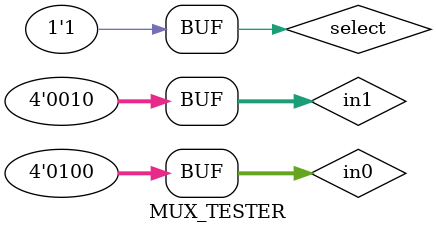
<source format=v>
module SHIFT_TESTER(); 

wire[5:0] shifter_out1; 
reg [3:0] shifter_in1;

wire[5:0] shifter_out2;  
reg [5:0] shifter_in2;

Shifter #(.INPUT_LEN(4), .OUTPUT_LEN(6))
shifter1( .in(shifter_in1), .out(shifter_out1) );

Shifter #(.INPUT_LEN(6), .OUTPUT_LEN(6))
shifter2(.in(shifter_in2), .out(shifter_out2) );

initial 
	begin
	shifter_in1 = 'b0011; 
	#10
	$display("%d || %d", shifter_out1, shifter_in1 << 2);
	shifter_in1 = 'b1010; 
	#10
	$display("%d || %d", shifter_out1, shifter_in1 << 2);
	shifter_in2 = 'b101100; 
	#10
	$display("%d || %d", shifter_out2, shifter_in2 << 2);
	shifter_in2 = 'b111100; 
	#10
	$display("%d || %d", shifter_out2, shifter_in2 << 2);
	end
endmodule


module ADDER_TESTER();

reg  [3 : 0] r1, r2;
reg cin; 
wire cout; 
wire [3:0] out_adder; 

Adder #(.DATA_LEN(4)) addr( .in1(r1), .in2(r2), .c_in(cin), .c_out(cout), .sum(out_adder)); 


initial
	begin
	r1 = 0; 
	r2 = 0; 
	cin = 0; 
	$monitor("in1 : %d , in2: %d , cin: %d , cout: %d, sum: %d ", r1, r2, cin, cout, out_adder);
	r1 = 3; 
	#1
	r2 = 12; 
	#1
	cin = 1;
	#1
	r1 = 12; 
	#1
	cin = 0;

	end



endmodule


module INSTDECODER_TEST(); 


reg enable;
reg [1:0] typeee; 

reg [0 : 32 - 1] instruction;


wire  [5 - 1 : 0] rd, rs, rt; 
wire  [16 - 1 : 0] im;
wire  [5 - 1 : 0] shamt;
wire  [26 - 1 : 0] mem_addr;
wire  [6 - 1 : 0] opcode;
wire  [6 - 1 : 0] func;

InstructionDecoder ID (
	.instruction(instruction),
	.rs(rs),
	.rd(rd),
	.rt(rt),
	.func(func),
	.opcode(opcode),
	.mem_addr(mem_addr),
	.im(im),
	.shamt(shamt),
	.enable(enable),
	.typeee(typeee)
);




initial 
	begin
	$monitor("instruction : %b , %b | %b | %b | %b | %b | %b | %b | %b ", instruction, opcode, rs, rt, rd, shamt, func, im, mem_addr );

	instruction = 'b000000_11111_10101_00001_10000_011011;
	typeee = 0;
	enable = 0;
	#10
	enable = 1;
	#10
	enable = 0;
	
	#10
	instruction = 'b001100_11001_11001_00001_10110011011;
	typeee = 1;
	enable = 1;

	#10
	enable = 0;
	
	#10
	instruction = 'b111000_11111111111110000000000000;
	typeee = 2;
	enable = 1;
	#10

	enable = 0;
	
	#10
	instruction = 'b111000_11111111111110000000000000;
	typeee = 2;
	enable = 1;
	end

endmodule 



module SGNEXT_TESTER();


reg [3 : 0]in; 
wire[ 7:0] out;


SignExtender #(.IN_LEN(4), .OUT_LEN(8)) sg(.in(in), .out(out));


initial 
	begin
	in = 0; 
	$monitor("in : %b, out : %b", in, out);
	in = 4'b0011;
	#1
	in = 4'b1011;

	end




endmodule



module MUX_TESTER(); 

reg[3:0] in0, in1;
reg select; 

wire[3:0] out;

MUX2_1 #(.INPUT_LEN(4)) mux(.in0(in0), .in1(in1), .out(out), .select(select) );


initial 
	begin 
	in0 = 0;
	in1 = 12; 
	select = 0;
	$monitor("selected line : %d, in0: %d, in1: %d, out: %d", select, in0, in1, out );

	select = 1; 
	#1
	select = 0;
	#1
	in1 = 2;
	#1 
	in0 = 4;
	#1
	select = 1;
	end

endmodule
</source>
